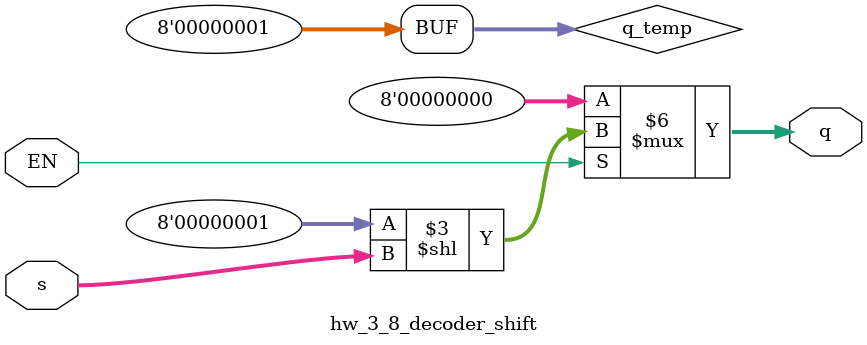
<source format=sv>
/*
==============================
Project 1
ECE 581 - ASIC Design 
==============================
 
------------------------------------------------------------------
 Author: Yadnesh Samant
 Module Name: hw_3_8_decoder
 Date:10/10/2016
 Description: This is the design of 3:8 decoder using shift operator. [2.2]
---------------------------------------------------------------------
 
*/
//////////////////////////////////// ///////////////////////////////
module hw_3_8_decoder_shift(
					  input  logic EN,
					  input  logic [2:0] s,
					  output logic [7:0] q);
//Temporary value to hold q[0]
logic [7:0] q_temp = 8'b1; 
always_comb
   begin
		if(EN == 1) begin
			q = q_temp << s;
		end
		else
		q=8'b0;
	end
endmodule
</source>
